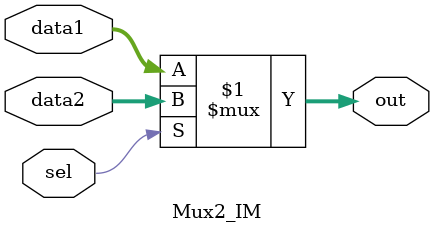
<source format=sv>
module Mux2_IM #(parameter MEMORY_DATA_SIZE = 16) 
				(input logic [MEMORY_DATA_SIZE-1:0] data1, data2, input logic sel, 
				output logic [MEMORY_DATA_SIZE-1:0] out);
				
	assign out = sel ? data2 : data1;
endmodule

</source>
